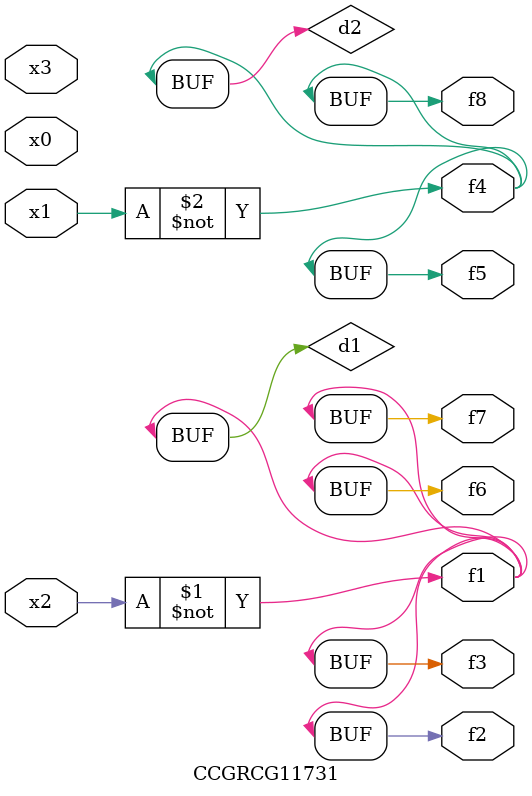
<source format=v>
module CCGRCG11731(
	input x0, x1, x2, x3,
	output f1, f2, f3, f4, f5, f6, f7, f8
);

	wire d1, d2;

	xnor (d1, x2);
	not (d2, x1);
	assign f1 = d1;
	assign f2 = d1;
	assign f3 = d1;
	assign f4 = d2;
	assign f5 = d2;
	assign f6 = d1;
	assign f7 = d1;
	assign f8 = d2;
endmodule

</source>
